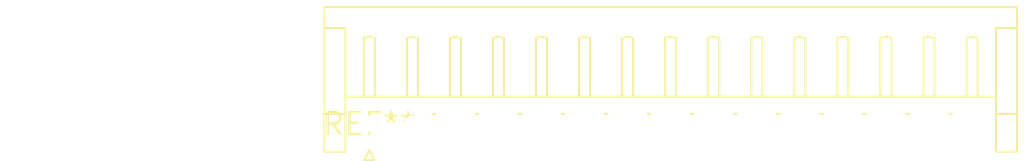
<source format=kicad_pcb>
(kicad_pcb (version 20240108) (generator pcbnew)
  (layers (0 "F.Cu" signal) (31 "B.Cu" signal) (34 "B.Paste" user) (35 "F.Paste" user) (36 "B.SilkS" user "B.Silkscreen") (37 "F.SilkS" user "F.Silkscreen") (38 "B.Mask" user) (39 "F.Mask" user) (44 "Edge.Cuts" user))
  (net 0 "")
  (footprint "JST_EH_S15B-EH_1x15_P2.50mm_Horizontal" (layer "F.Cu") (at 0 0)
    (property "Reference" "REF**")
    (property "Value" "JST_EH_S15B-EH_1x15_P2.50mm_Horizontal")
    (fp_line (start -2.61 -6.81) (end 37.61 -6.81) (layer "F.SilkS") (stroke (width 0.12)))
    (fp_line (start -2.61 -5.59) (end -1.39 -5.59) (layer "F.SilkS") (stroke (width 0.12)))
    (fp_line (start -2.61 1.61) (end -2.61 -6.81) (layer "F.SilkS") (stroke (width 0.12)))
    (fp_line (start -1.39 -5.59) (end -1.39 -0.59) (layer "F.SilkS") (stroke (width 0.12)))
    (fp_line (start -1.39 -1.59) (end 36.39 -1.59) (layer "F.SilkS") (stroke (width 0.12)))
    (fp_line (start -1.39 -0.59) (end -2.61 -0.59) (layer "F.SilkS") (stroke (width 0.12)))
    (fp_line (start -1.39 -0.59) (end -1.39 1.61) (layer "F.SilkS") (stroke (width 0.12)))
    (fp_line (start -1.39 1.61) (end -2.61 1.61) (layer "F.SilkS") (stroke (width 0.12)))
    (fp_line (start -0.32 -5.01) (end 0 -5.09) (layer "F.SilkS") (stroke (width 0.12)))
    (fp_line (start -0.32 -1.59) (end -0.32 -5.01) (layer "F.SilkS") (stroke (width 0.12)))
    (fp_line (start -0.3 2.1) (end 0.3 2.1) (layer "F.SilkS") (stroke (width 0.12)))
    (fp_line (start 0 -5.09) (end 0.32 -5.01) (layer "F.SilkS") (stroke (width 0.12)))
    (fp_line (start 0 -1.59) (end -0.32 -1.59) (layer "F.SilkS") (stroke (width 0.12)))
    (fp_line (start 0 1.5) (end -0.3 2.1) (layer "F.SilkS") (stroke (width 0.12)))
    (fp_line (start 0.3 2.1) (end 0 1.5) (layer "F.SilkS") (stroke (width 0.12)))
    (fp_line (start 0.32 -5.01) (end 0.32 -1.59) (layer "F.SilkS") (stroke (width 0.12)))
    (fp_line (start 0.32 -1.59) (end 0 -1.59) (layer "F.SilkS") (stroke (width 0.12)))
    (fp_line (start 1.17 -0.59) (end 1.33 -0.59) (layer "F.SilkS") (stroke (width 0.12)))
    (fp_line (start 2.18 -5.01) (end 2.5 -5.09) (layer "F.SilkS") (stroke (width 0.12)))
    (fp_line (start 2.18 -1.59) (end 2.18 -5.01) (layer "F.SilkS") (stroke (width 0.12)))
    (fp_line (start 2.5 -5.09) (end 2.82 -5.01) (layer "F.SilkS") (stroke (width 0.12)))
    (fp_line (start 2.5 -1.59) (end 2.18 -1.59) (layer "F.SilkS") (stroke (width 0.12)))
    (fp_line (start 2.82 -5.01) (end 2.82 -1.59) (layer "F.SilkS") (stroke (width 0.12)))
    (fp_line (start 2.82 -1.59) (end 2.5 -1.59) (layer "F.SilkS") (stroke (width 0.12)))
    (fp_line (start 3.67 -0.59) (end 3.83 -0.59) (layer "F.SilkS") (stroke (width 0.12)))
    (fp_line (start 4.68 -5.01) (end 5 -5.09) (layer "F.SilkS") (stroke (width 0.12)))
    (fp_line (start 4.68 -1.59) (end 4.68 -5.01) (layer "F.SilkS") (stroke (width 0.12)))
    (fp_line (start 5 -5.09) (end 5.32 -5.01) (layer "F.SilkS") (stroke (width 0.12)))
    (fp_line (start 5 -1.59) (end 4.68 -1.59) (layer "F.SilkS") (stroke (width 0.12)))
    (fp_line (start 5.32 -5.01) (end 5.32 -1.59) (layer "F.SilkS") (stroke (width 0.12)))
    (fp_line (start 5.32 -1.59) (end 5 -1.59) (layer "F.SilkS") (stroke (width 0.12)))
    (fp_line (start 6.17 -0.59) (end 6.33 -0.59) (layer "F.SilkS") (stroke (width 0.12)))
    (fp_line (start 7.18 -5.01) (end 7.5 -5.09) (layer "F.SilkS") (stroke (width 0.12)))
    (fp_line (start 7.18 -1.59) (end 7.18 -5.01) (layer "F.SilkS") (stroke (width 0.12)))
    (fp_line (start 7.5 -5.09) (end 7.82 -5.01) (layer "F.SilkS") (stroke (width 0.12)))
    (fp_line (start 7.5 -1.59) (end 7.18 -1.59) (layer "F.SilkS") (stroke (width 0.12)))
    (fp_line (start 7.82 -5.01) (end 7.82 -1.59) (layer "F.SilkS") (stroke (width 0.12)))
    (fp_line (start 7.82 -1.59) (end 7.5 -1.59) (layer "F.SilkS") (stroke (width 0.12)))
    (fp_line (start 8.67 -0.59) (end 8.83 -0.59) (layer "F.SilkS") (stroke (width 0.12)))
    (fp_line (start 9.68 -5.01) (end 10 -5.09) (layer "F.SilkS") (stroke (width 0.12)))
    (fp_line (start 9.68 -1.59) (end 9.68 -5.01) (layer "F.SilkS") (stroke (width 0.12)))
    (fp_line (start 10 -5.09) (end 10.32 -5.01) (layer "F.SilkS") (stroke (width 0.12)))
    (fp_line (start 10 -1.59) (end 9.68 -1.59) (layer "F.SilkS") (stroke (width 0.12)))
    (fp_line (start 10.32 -5.01) (end 10.32 -1.59) (layer "F.SilkS") (stroke (width 0.12)))
    (fp_line (start 10.32 -1.59) (end 10 -1.59) (layer "F.SilkS") (stroke (width 0.12)))
    (fp_line (start 11.17 -0.59) (end 11.33 -0.59) (layer "F.SilkS") (stroke (width 0.12)))
    (fp_line (start 12.18 -5.01) (end 12.5 -5.09) (layer "F.SilkS") (stroke (width 0.12)))
    (fp_line (start 12.18 -1.59) (end 12.18 -5.01) (layer "F.SilkS") (stroke (width 0.12)))
    (fp_line (start 12.5 -5.09) (end 12.82 -5.01) (layer "F.SilkS") (stroke (width 0.12)))
    (fp_line (start 12.5 -1.59) (end 12.18 -1.59) (layer "F.SilkS") (stroke (width 0.12)))
    (fp_line (start 12.82 -5.01) (end 12.82 -1.59) (layer "F.SilkS") (stroke (width 0.12)))
    (fp_line (start 12.82 -1.59) (end 12.5 -1.59) (layer "F.SilkS") (stroke (width 0.12)))
    (fp_line (start 13.67 -0.59) (end 13.83 -0.59) (layer "F.SilkS") (stroke (width 0.12)))
    (fp_line (start 14.68 -5.01) (end 15 -5.09) (layer "F.SilkS") (stroke (width 0.12)))
    (fp_line (start 14.68 -1.59) (end 14.68 -5.01) (layer "F.SilkS") (stroke (width 0.12)))
    (fp_line (start 15 -5.09) (end 15.32 -5.01) (layer "F.SilkS") (stroke (width 0.12)))
    (fp_line (start 15 -1.59) (end 14.68 -1.59) (layer "F.SilkS") (stroke (width 0.12)))
    (fp_line (start 15.32 -5.01) (end 15.32 -1.59) (layer "F.SilkS") (stroke (width 0.12)))
    (fp_line (start 15.32 -1.59) (end 15 -1.59) (layer "F.SilkS") (stroke (width 0.12)))
    (fp_line (start 16.17 -0.59) (end 16.33 -0.59) (layer "F.SilkS") (stroke (width 0.12)))
    (fp_line (start 17.18 -5.01) (end 17.5 -5.09) (layer "F.SilkS") (stroke (width 0.12)))
    (fp_line (start 17.18 -1.59) (end 17.18 -5.01) (layer "F.SilkS") (stroke (width 0.12)))
    (fp_line (start 17.5 -5.09) (end 17.82 -5.01) (layer "F.SilkS") (stroke (width 0.12)))
    (fp_line (start 17.5 -1.59) (end 17.18 -1.59) (layer "F.SilkS") (stroke (width 0.12)))
    (fp_line (start 17.82 -5.01) (end 17.82 -1.59) (layer "F.SilkS") (stroke (width 0.12)))
    (fp_line (start 17.82 -1.59) (end 17.5 -1.59) (layer "F.SilkS") (stroke (width 0.12)))
    (fp_line (start 18.67 -0.59) (end 18.83 -0.59) (layer "F.SilkS") (stroke (width 0.12)))
    (fp_line (start 19.68 -5.01) (end 20 -5.09) (layer "F.SilkS") (stroke (width 0.12)))
    (fp_line (start 19.68 -1.59) (end 19.68 -5.01) (layer "F.SilkS") (stroke (width 0.12)))
    (fp_line (start 20 -5.09) (end 20.32 -5.01) (layer "F.SilkS") (stroke (width 0.12)))
    (fp_line (start 20 -1.59) (end 19.68 -1.59) (layer "F.SilkS") (stroke (width 0.12)))
    (fp_line (start 20.32 -5.01) (end 20.32 -1.59) (layer "F.SilkS") (stroke (width 0.12)))
    (fp_line (start 20.32 -1.59) (end 20 -1.59) (layer "F.SilkS") (stroke (width 0.12)))
    (fp_line (start 21.17 -0.59) (end 21.33 -0.59) (layer "F.SilkS") (stroke (width 0.12)))
    (fp_line (start 22.18 -5.01) (end 22.5 -5.09) (layer "F.SilkS") (stroke (width 0.12)))
    (fp_line (start 22.18 -1.59) (end 22.18 -5.01) (layer "F.SilkS") (stroke (width 0.12)))
    (fp_line (start 22.5 -5.09) (end 22.82 -5.01) (layer "F.SilkS") (stroke (width 0.12)))
    (fp_line (start 22.5 -1.59) (end 22.18 -1.59) (layer "F.SilkS") (stroke (width 0.12)))
    (fp_line (start 22.82 -5.01) (end 22.82 -1.59) (layer "F.SilkS") (stroke (width 0.12)))
    (fp_line (start 22.82 -1.59) (end 22.5 -1.59) (layer "F.SilkS") (stroke (width 0.12)))
    (fp_line (start 23.67 -0.59) (end 23.83 -0.59) (layer "F.SilkS") (stroke (width 0.12)))
    (fp_line (start 24.68 -5.01) (end 25 -5.09) (layer "F.SilkS") (stroke (width 0.12)))
    (fp_line (start 24.68 -1.59) (end 24.68 -5.01) (layer "F.SilkS") (stroke (width 0.12)))
    (fp_line (start 25 -5.09) (end 25.32 -5.01) (layer "F.SilkS") (stroke (width 0.12)))
    (fp_line (start 25 -1.59) (end 24.68 -1.59) (layer "F.SilkS") (stroke (width 0.12)))
    (fp_line (start 25.32 -5.01) (end 25.32 -1.59) (layer "F.SilkS") (stroke (width 0.12)))
    (fp_line (start 25.32 -1.59) (end 25 -1.59) (layer "F.SilkS") (stroke (width 0.12)))
    (fp_line (start 26.17 -0.59) (end 26.33 -0.59) (layer "F.SilkS") (stroke (width 0.12)))
    (fp_line (start 27.18 -5.01) (end 27.5 -5.09) (layer "F.SilkS") (stroke (width 0.12)))
    (fp_line (start 27.18 -1.59) (end 27.18 -5.01) (layer "F.SilkS") (stroke (width 0.12)))
    (fp_line (start 27.5 -5.09) (end 27.82 -5.01) (layer "F.SilkS") (stroke (width 0.12)))
    (fp_line (start 27.5 -1.59) (end 27.18 -1.59) (layer "F.SilkS") (stroke (width 0.12)))
    (fp_line (start 27.82 -5.01) (end 27.82 -1.59) (layer "F.SilkS") (stroke (width 0.12)))
    (fp_line (start 27.82 -1.59) (end 27.5 -1.59) (layer "F.SilkS") (stroke (width 0.12)))
    (fp_line (start 28.67 -0.59) (end 28.83 -0.59) (layer "F.SilkS") (stroke (width 0.12)))
    (fp_line (start 29.68 -5.01) (end 30 -5.09) (layer "F.SilkS") (stroke (width 0.12)))
    (fp_line (start 29.68 -1.59) (end 29.68 -5.01) (layer "F.SilkS") (stroke (width 0.12)))
    (fp_line (start 30 -5.09) (end 30.32 -5.01) (layer "F.SilkS") (stroke (width 0.12)))
    (fp_line (start 30 -1.59) (end 29.68 -1.59) (layer "F.SilkS") (stroke (width 0.12)))
    (fp_line (start 30.32 -5.01) (end 30.32 -1.59) (layer "F.SilkS") (stroke (width 0.12)))
    (fp_line (start 30.32 -1.59) (end 30 -1.59) (layer "F.SilkS") (stroke (width 0.12)))
    (fp_line (start 31.17 -0.59) (end 31.33 -0.59) (layer "F.SilkS") (stroke (width 0.12)))
    (fp_line (start 32.18 -5.01) (end 32.5 -5.09) (layer "F.SilkS") (stroke (width 0.12)))
    (fp_line (start 32.18 -1.59) (end 32.18 -5.01) (layer "F.SilkS") (stroke (width 0.12)))
    (fp_line (start 32.5 -5.09) (end 32.82 -5.01) (layer "F.SilkS") (stroke (width 0.12)))
    (fp_line (start 32.5 -1.59) (end 32.18 -1.59) (layer "F.SilkS") (stroke (width 0.12)))
    (fp_line (start 32.82 -5.01) (end 32.82 -1.59) (layer "F.SilkS") (stroke (width 0.12)))
    (fp_line (start 32.82 -1.59) (end 32.5 -1.59) (layer "F.SilkS") (stroke (width 0.12)))
    (fp_line (start 33.67 -0.59) (end 33.83 -0.59) (layer "F.SilkS") (stroke (width 0.12)))
    (fp_line (start 34.68 -5.01) (end 35 -5.09) (layer "F.SilkS") (stroke (width 0.12)))
    (fp_line (start 34.68 -1.59) (end 34.68 -5.01) (layer "F.SilkS") (stroke (width 0.12)))
    (fp_line (start 35 -5.09) (end 35.32 -5.01) (layer "F.SilkS") (stroke (width 0.12)))
    (fp_line (start 35 -1.59) (end 34.68 -1.59) (layer "F.SilkS") (stroke (width 0.12)))
    (fp_line (start 35.32 -5.01) (end 35.32 -1.59) (layer "F.SilkS") (stroke (width 0.12)))
    (fp_line (start 35.32 -1.59) (end 35 -1.59) (layer "F.SilkS") (stroke (width 0.12)))
    (fp_line (start 36.39 -5.59) (end 36.39 -0.59) (layer "F.SilkS") (stroke (width 0.12)))
    (fp_line (start 36.39 -0.59) (end 37.61 -0.59) (layer "F.SilkS") (stroke (width 0.12)))
    (fp_line (start 36.39 1.61) (end 36.39 -0.59) (layer "F.SilkS") (stroke (width 0.12)))
    (fp_line (start 37.61 -6.81) (end 37.61 1.61) (layer "F.SilkS") (stroke (width 0.12)))
    (fp_line (start 37.61 -5.59) (end 36.39 -5.59) (layer "F.SilkS") (stroke (width 0.12)))
    (fp_line (start 37.61 1.61) (end 36.39 1.61) (layer "F.SilkS") (stroke (width 0.12)))
    (pad "1" thru_hole roundrect (at 0 0) (size 1.7 1.95) (drill 0.95) (layers *.Cu *.Mask) (remove_unused_layers) (roundrect_rratio 0.147059))
    (pad "2" thru_hole oval (at 2.5 0) (size 1.7 1.95) (drill 0.95) (layers *.Cu *.Mask) (remove_unused_layers))
    (pad "3" thru_hole oval (at 5 0) (size 1.7 1.95) (drill 0.95) (layers *.Cu *.Mask) (remove_unused_layers))
    (pad "4" thru_hole oval (at 7.5 0) (size 1.7 1.95) (drill 0.95) (layers *.Cu *.Mask) (remove_unused_layers))
    (pad "5" thru_hole oval (at 10 0) (size 1.7 1.95) (drill 0.95) (layers *.Cu *.Mask) (remove_unused_layers))
    (pad "6" thru_hole oval (at 12.5 0) (size 1.7 1.95) (drill 0.95) (layers *.Cu *.Mask) (remove_unused_layers))
    (pad "7" thru_hole oval (at 15 0) (size 1.7 1.95) (drill 0.95) (layers *.Cu *.Mask) (remove_unused_layers))
    (pad "8" thru_hole oval (at 17.5 0) (size 1.7 1.95) (drill 0.95) (layers *.Cu *.Mask) (remove_unused_layers))
    (pad "9" thru_hole oval (at 20 0) (size 1.7 1.95) (drill 0.95) (layers *.Cu *.Mask) (remove_unused_layers))
    (pad "10" thru_hole oval (at 22.5 0) (size 1.7 1.95) (drill 0.95) (layers *.Cu *.Mask) (remove_unused_layers))
    (pad "11" thru_hole oval (at 25 0) (size 1.7 1.95) (drill 0.95) (layers *.Cu *.Mask) (remove_unused_layers))
    (pad "12" thru_hole oval (at 27.5 0) (size 1.7 1.95) (drill 0.95) (layers *.Cu *.Mask) (remove_unused_layers))
    (pad "13" thru_hole oval (at 30 0) (size 1.7 1.95) (drill 0.95) (layers *.Cu *.Mask) (remove_unused_layers))
    (pad "14" thru_hole oval (at 32.5 0) (size 1.7 1.95) (drill 0.95) (layers *.Cu *.Mask) (remove_unused_layers))
    (pad "15" thru_hole oval (at 35 0) (size 1.7 1.95) (drill 0.95) (layers *.Cu *.Mask) (remove_unused_layers))
  )
)
</source>
